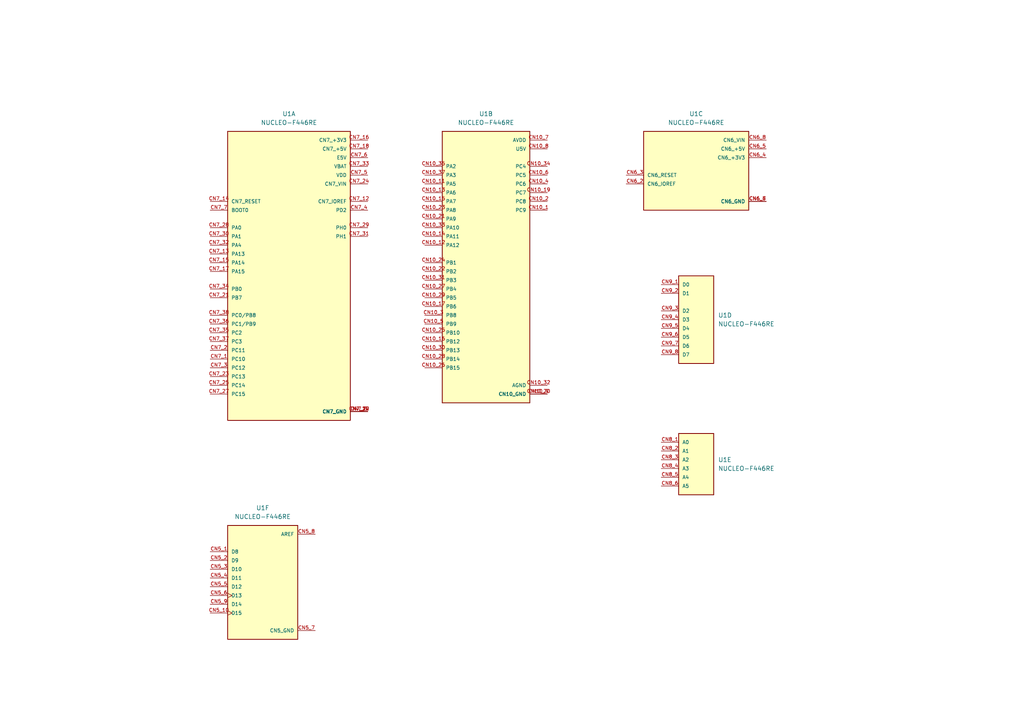
<source format=kicad_sch>
(kicad_sch (version 20250114) (generator "eeschema") (generator_version "9.0")
  (paper "A4")
  (lib_symbols
    (symbol "NUCLEO-F446RE:NUCLEO-F446RE" (pin_names (offset 1.016))
      (property "Reference" "U" (at -17.78 41.91 0))
      (property "Value" "NUCLEO-F446RE" (at -17.78 -44.45 0))
      (symbol "NUCLEO-F446RE_1_0"
        (rectangle (start -17.78 -43.18) (end 17.78 40.64) (stroke (width 0.254)) (fill (type background)))
        (pin bidirectional line (at -22.86 20.32 0) (length 5.08) (name "CN7_RESET") (number "CN7_14"))
        (pin bidirectional line (at -22.86 17.78 0) (length 5.08) (name "BOOT0") (number "CN7_7"))
        (pin bidirectional line (at -22.86 12.7 0) (length 5.08) (name "PA0") (number "CN7_28"))
        (pin bidirectional line (at -22.86 10.16 0) (length 5.08) (name "PA1") (number "CN7_30"))
        (pin bidirectional line (at -22.86 7.62 0) (length 5.08) (name "PA4") (number "CN7_32"))
        (pin bidirectional line (at -22.86 5.08 0) (length 5.08) (name "PA13") (number "CN7_13"))
        (pin bidirectional line (at -22.86 2.54 0) (length 5.08) (name "PA14") (number "CN7_15"))
        (pin bidirectional line (at -22.86 0 0) (length 5.08) (name "PA15") (number "CN7_17"))
        (pin bidirectional line (at -22.86 -5.08 0) (length 5.08) (name "PB0") (number "CN7_34"))
        (pin bidirectional line (at -22.86 -7.62 0) (length 5.08) (name "PB7") (number "CN7_21"))
        (pin bidirectional line (at -22.86 -12.7 0) (length 5.08) (name "PC0/PB8") (number "CN7_38"))
        (pin bidirectional line (at -22.86 -15.24 0) (length 5.08) (name "PC1/PB9") (number "CN7_36"))
        (pin bidirectional line (at -22.86 -17.78 0) (length 5.08) (name "PC2") (number "CN7_35"))
        (pin bidirectional line (at -22.86 -20.32 0) (length 5.08) (name "PC3") (number "CN7_37"))
        (pin bidirectional line (at -22.86 -22.86 0) (length 5.08) (name "PC11") (number "CN7_2"))
        (pin bidirectional line (at -22.86 -25.4 0) (length 5.08) (name "PC10") (number "CN7_1"))
        (pin bidirectional line (at -22.86 -27.94 0) (length 5.08) (name "PC12") (number "CN7_3"))
        (pin bidirectional line (at -22.86 -30.48 0) (length 5.08) (name "PC13") (number "CN7_23"))
        (pin bidirectional line (at -22.86 -33.02 0) (length 5.08) (name "PC14") (number "CN7_25"))
        (pin bidirectional line (at -22.86 -35.56 0) (length 5.08) (name "PC15") (number "CN7_27"))
        (pin power_in line (at 22.86 38.1 180) (length 5.08) (name "CN7_+3V3") (number "CN7_16"))
        (pin power_in line (at 22.86 35.56 180) (length 5.08) (name "CN7_+5V") (number "CN7_18"))
        (pin power_in line (at 22.86 33.02 180) (length 5.08) (name "E5V") (number "CN7_6"))
        (pin power_in line (at 22.86 30.48 180) (length 5.08) (name "VBAT") (number "CN7_33"))
        (pin power_in line (at 22.86 27.94 180) (length 5.08) (name "VDD") (number "CN7_5"))
        (pin power_in line (at 22.86 25.4 180) (length 5.08) (name "CN7_VIN") (number "CN7_24"))
        (pin bidirectional line (at 22.86 20.32 180) (length 5.08) (name "CN7_IOREF") (number "CN7_12"))
        (pin bidirectional line (at 22.86 17.78 180) (length 5.08) (name "PD2") (number "CN7_4"))
        (pin bidirectional line (at 22.86 12.7 180) (length 5.08) (name "PH0") (number "CN7_29"))
        (pin bidirectional line (at 22.86 10.16 180) (length 5.08) (name "PH1") (number "CN7_31"))
        (pin power_in line (at 22.86 -40.64 180) (length 5.08) (name "CN7_GND") (number "CN7_19"))
        (pin power_in line (at 22.86 -40.64 180) (length 5.08) (name "CN7_GND") (number "CN7_20"))
        (pin power_in line (at 22.86 -40.64 180) (length 5.08) (name "CN7_GND") (number "CN7_22"))
        (pin power_in line (at 22.86 -40.64 180) (length 5.08) (name "CN7_GND") (number "CN7_8"))
      )
      (symbol "NUCLEO-F446RE_2_0"
        (rectangle (start -12.7 -40.64) (end 12.7 38.1) (stroke (width 0.254)) (fill (type background)))
        (pin bidirectional line (at -17.78 27.94 0) (length 5.08) (name "PA2") (number "CN10_35"))
        (pin bidirectional line (at -17.78 25.4 0) (length 5.08) (name "PA3") (number "CN10_37"))
        (pin bidirectional line (at -17.78 22.86 0) (length 5.08) (name "PA5") (number "CN10_11"))
        (pin bidirectional line (at -17.78 20.32 0) (length 5.08) (name "PA6") (number "CN10_13"))
        (pin bidirectional line (at -17.78 17.78 0) (length 5.08) (name "PA7") (number "CN10_15"))
        (pin bidirectional line (at -17.78 15.24 0) (length 5.08) (name "PA8") (number "CN10_23"))
        (pin bidirectional line (at -17.78 12.7 0) (length 5.08) (name "PA9") (number "CN10_21"))
        (pin bidirectional line (at -17.78 10.16 0) (length 5.08) (name "PA10") (number "CN10_33"))
        (pin bidirectional line (at -17.78 7.62 0) (length 5.08) (name "PA11") (number "CN10_14"))
        (pin bidirectional line (at -17.78 5.08 0) (length 5.08) (name "PA12") (number "CN10_12"))
        (pin bidirectional line (at -17.78 0 0) (length 5.08) (name "PB1") (number "CN10_24"))
        (pin bidirectional line (at -17.78 -2.54 0) (length 5.08) (name "PB2") (number "CN10_22"))
        (pin bidirectional line (at -17.78 -5.08 0) (length 5.08) (name "PB3") (number "CN10_31"))
        (pin bidirectional line (at -17.78 -7.62 0) (length 5.08) (name "PB4") (number "CN10_27"))
        (pin bidirectional line (at -17.78 -10.16 0) (length 5.08) (name "PB5") (number "CN10_29"))
        (pin bidirectional line (at -17.78 -12.7 0) (length 5.08) (name "PB6") (number "CN10_17"))
        (pin bidirectional line (at -17.78 -15.24 0) (length 5.08) (name "PB8") (number "CN10_3"))
        (pin bidirectional line (at -17.78 -17.78 0) (length 5.08) (name "PB9") (number "CN10_5"))
        (pin bidirectional line (at -17.78 -20.32 0) (length 5.08) (name "PB10") (number "CN10_25"))
        (pin bidirectional line (at -17.78 -22.86 0) (length 5.08) (name "PB12") (number "CN10_16"))
        (pin bidirectional line (at -17.78 -25.4 0) (length 5.08) (name "PB13") (number "CN10_30"))
        (pin bidirectional line (at -17.78 -27.94 0) (length 5.08) (name "PB14") (number "CN10_28"))
        (pin bidirectional line (at -17.78 -30.48 0) (length 5.08) (name "PB15") (number "CN10_26"))
        (pin power_in line (at 17.78 35.56 180) (length 5.08) (name "AVDD") (number "CN10_7"))
        (pin power_in line (at 17.78 33.02 180) (length 5.08) (name "U5V") (number "CN10_8"))
        (pin bidirectional line (at 17.78 27.94 180) (length 5.08) (name "PC4") (number "CN10_34"))
        (pin bidirectional line (at 17.78 25.4 180) (length 5.08) (name "PC5") (number "CN10_6"))
        (pin bidirectional line (at 17.78 22.86 180) (length 5.08) (name "PC6") (number "CN10_4"))
        (pin bidirectional line (at 17.78 20.32 180) (length 5.08) (name "PC7") (number "CN10_19"))
        (pin bidirectional line (at 17.78 17.78 180) (length 5.08) (name "PC8") (number "CN10_2"))
        (pin bidirectional line (at 17.78 15.24 180) (length 5.08) (name "PC9") (number "CN10_1"))
        (pin power_in line (at 17.78 -35.56 180) (length 5.08) (name "AGND") (number "CN10_32"))
        (pin power_in line (at 17.78 -38.1 180) (length 5.08) (name "CN10_GND") (number "CN10_20"))
        (pin power_in line (at 17.78 -38.1 180) (length 5.08) (name "CN10_GND") (number "CN10_9"))
      )
      (symbol "NUCLEO-F446RE_3_0"
        (rectangle (start -15.24 -12.7) (end 15.24 10.16) (stroke (width 0.254)) (fill (type background)))
        (pin bidirectional line (at -20.32 -2.54 0) (length 5.08) (name "CN6_RESET") (number "CN6_3"))
        (pin bidirectional line (at -20.32 -5.08 0) (length 5.08) (name "CN6_IOREF") (number "CN6_2"))
        (pin power_in line (at 20.32 7.62 180) (length 5.08) (name "CN6_VIN") (number "CN6_8"))
        (pin power_in line (at 20.32 5.08 180) (length 5.08) (name "CN6_+5V") (number "CN6_5"))
        (pin power_in line (at 20.32 2.54 180) (length 5.08) (name "CN6_+3V3") (number "CN6_4"))
        (pin power_in line (at 20.32 -10.16 180) (length 5.08) (name "CN6_GND") (number "CN6_6"))
        (pin power_in line (at 20.32 -10.16 180) (length 5.08) (name "CN6_GND") (number "CN6_7"))
      )
      (symbol "NUCLEO-F446RE_4_0"
        (rectangle (start -5.08 -12.7) (end 5.08 12.7) (stroke (width 0.254)) (fill (type background)))
        (pin input line (at -10.16 10.16 0) (length 5.08) (name "D0") (number "CN9_1"))
        (pin output line (at -10.16 7.62 0) (length 5.08) (name "D1") (number "CN9_2"))
        (pin bidirectional line (at -10.16 2.54 0) (length 5.08) (name "D2") (number "CN9_3"))
        (pin bidirectional line (at -10.16 0 0) (length 5.08) (name "D3") (number "CN9_4"))
        (pin bidirectional line (at -10.16 -2.54 0) (length 5.08) (name "D4") (number "CN9_5"))
        (pin bidirectional line (at -10.16 -5.08 0) (length 5.08) (name "D5") (number "CN9_6"))
        (pin bidirectional line (at -10.16 -7.62 0) (length 5.08) (name "D6") (number "CN9_7"))
        (pin bidirectional line (at -10.16 -10.16 0) (length 5.08) (name "D7") (number "CN9_8"))
      )
      (symbol "NUCLEO-F446RE_5_0"
        (rectangle (start -5.08 -10.16) (end 5.08 7.62) (stroke (width 0.254)) (fill (type background)))
        (pin input line (at -10.16 5.08 0) (length 5.08) (name "A0") (number "CN8_1"))
        (pin input line (at -10.16 2.54 0) (length 5.08) (name "A1") (number "CN8_2"))
        (pin input line (at -10.16 0 0) (length 5.08) (name "A2") (number "CN8_3"))
        (pin input line (at -10.16 -2.54 0) (length 5.08) (name "A3") (number "CN8_4"))
        (pin input line (at -10.16 -5.08 0) (length 5.08) (name "A4") (number "CN8_5"))
        (pin input line (at -10.16 -7.62 0) (length 5.08) (name "A5") (number "CN8_6"))
      )
      (symbol "NUCLEO-F446RE_6_0"
        (rectangle (start -10.16 -17.78) (end 10.16 15.24) (stroke (width 0.254)) (fill (type background)))
        (pin bidirectional line (at -15.24 7.62 0) (length 5.08) (name "D8") (number "CN5_1"))
        (pin bidirectional line (at -15.24 5.08 0) (length 5.08) (name "D9") (number "CN5_2"))
        (pin bidirectional line (at -15.24 2.54 0) (length 5.08) (name "D10") (number "CN5_3"))
        (pin bidirectional line (at -15.24 0 0) (length 5.08) (name "D11") (number "CN5_4"))
        (pin bidirectional line (at -15.24 -2.54 0) (length 5.08) (name "D12") (number "CN5_5"))
        (pin bidirectional clock (at -15.24 -5.08 0) (length 5.08) (name "D13") (number "CN5_6"))
        (pin bidirectional line (at -15.24 -7.62 0) (length 5.08) (name "D14") (number "CN5_9"))
        (pin bidirectional clock (at -15.24 -10.16 0) (length 5.08) (name "D15") (number "CN5_10"))
        (pin power_in line (at 15.24 12.7 180) (length 5.08) (name "AREF") (number "CN5_8"))
        (pin power_in line (at 15.24 -15.24 180) (length 5.08) (name "CN5_GND") (number "CN5_7"))
      )
    )
  )
  (symbol (lib_id "NUCLEO-F446RE:NUCLEO-F446RE") (at 201.93 48.26 0) (unit 3)
    (property "Reference" "U1" (at 201.93 33.02 0))
    (property "Value" "NUCLEO-F446RE" (at 201.93 35.56 0))
    (property "Footprint" "footprints:MODULE_NUCLEO-F446RE" (effects (hide yes)))
    (property "MF" "STMicroelectronics" (effects (hide yes)))
    (property "Package" "None" (effects (hide yes)))
    (property "Price" "None" (effects (hide yes)))
    (property "Check_prices" "https://www.snapeda.com/parts/NUCLEO-F446RE/STMicroelectronics/view-part/?ref=eda" (effects (hide yes)))
    (property "STANDARD" "Manufacturer Recommendations" (effects (hide yes)))
    (property "PARTREV" "13" (effects (hide yes)))
    (property "SnapEDA_Link" "https://www.snapeda.com/parts/NUCLEO-F446RE/STMicroelectronics/view-part/?ref=snap" (effects (hide yes)))
    (property "MP" "NUCLEO-F446RE" (effects (hide yes)))
    (property "Description_1" "STM32F446RE, mbed-Enabled Development Nucleo-64 STM32F4 ARM® Cortex®-M4 MCU 32-Bit Embedded Evaluation Board" (effects (hide yes)))
    (property "Availability" "In Stock" (effects (hide yes)))
    (property "MANUFACTURER" "STMicroelectronics" (effects (hide yes)))
  )
  (symbol (lib_id "NUCLEO-F446RE:NUCLEO-F446RE") (at 140.97 76.2 0) (unit 2)
    (property "Reference" "U1" (at 140.97 33.02 0))
    (property "Value" "NUCLEO-F446RE" (at 140.97 35.56 0))
    (property "Footprint" "footprints:MODULE_NUCLEO-F446RE" (effects (hide yes)))
    (property "MF" "STMicroelectronics" (effects (hide yes)))
    (property "Package" "None" (effects (hide yes)))
    (property "Price" "None" (effects (hide yes)))
    (property "Check_prices" "https://www.snapeda.com/parts/NUCLEO-F446RE/STMicroelectronics/view-part/?ref=eda" (effects (hide yes)))
    (property "STANDARD" "Manufacturer Recommendations" (effects (hide yes)))
    (property "PARTREV" "13" (effects (hide yes)))
    (property "SnapEDA_Link" "https://www.snapeda.com/parts/NUCLEO-F446RE/STMicroelectronics/view-part/?ref=snap" (effects (hide yes)))
    (property "MP" "NUCLEO-F446RE" (effects (hide yes)))
    (property "Description_1" "STM32F446RE, mbed-Enabled Development Nucleo-64 STM32F4 ARM® Cortex®-M4 MCU 32-Bit Embedded Evaluation Board" (effects (hide yes)))
    (property "Availability" "In Stock" (effects (hide yes)))
    (property "MANUFACTURER" "STMicroelectronics" (effects (hide yes)))
  )
  (symbol (lib_id "NUCLEO-F446RE:NUCLEO-F446RE") (at 76.2 167.64 0) (unit 6)
    (property "Reference" "U1" (at 76.2 147.32 0))
    (property "Value" "NUCLEO-F446RE" (at 76.2 149.86 0))
    (property "Footprint" "footprints:MODULE_NUCLEO-F446RE" (effects (hide yes)))
    (property "MF" "STMicroelectronics" (effects (hide yes)))
    (property "Package" "None" (effects (hide yes)))
    (property "Price" "None" (effects (hide yes)))
    (property "Check_prices" "https://www.snapeda.com/parts/NUCLEO-F446RE/STMicroelectronics/view-part/?ref=eda" (effects (hide yes)))
    (property "STANDARD" "Manufacturer Recommendations" (effects (hide yes)))
    (property "PARTREV" "13" (effects (hide yes)))
    (property "SnapEDA_Link" "https://www.snapeda.com/parts/NUCLEO-F446RE/STMicroelectronics/view-part/?ref=snap" (effects (hide yes)))
    (property "MP" "NUCLEO-F446RE" (effects (hide yes)))
    (property "Description_1" "STM32F446RE, mbed-Enabled Development Nucleo-64 STM32F4 ARM® Cortex®-M4 MCU 32-Bit Embedded Evaluation Board" (effects (hide yes)))
    (property "Availability" "In Stock" (effects (hide yes)))
    (property "MANUFACTURER" "STMicroelectronics" (effects (hide yes)))
  )
  (symbol (lib_id "NUCLEO-F446RE:NUCLEO-F446RE") (at 83.82 78.74 0) (unit 1)
    (property "Reference" "U1" (at 83.82 33.02 0))
    (property "Value" "NUCLEO-F446RE" (at 83.82 35.56 0))
    (property "Footprint" "footprints:MODULE_NUCLEO-F446RE" (effects (hide yes)))
    (property "MF" "STMicroelectronics" (effects (hide yes)))
    (property "Package" "None" (effects (hide yes)))
    (property "Price" "None" (effects (hide yes)))
    (property "Check_prices" "https://www.snapeda.com/parts/NUCLEO-F446RE/STMicroelectronics/view-part/?ref=eda" (effects (hide yes)))
    (property "STANDARD" "Manufacturer Recommendations" (effects (hide yes)))
    (property "PARTREV" "13" (effects (hide yes)))
    (property "SnapEDA_Link" "https://www.snapeda.com/parts/NUCLEO-F446RE/STMicroelectronics/view-part/?ref=snap" (effects (hide yes)))
    (property "MP" "NUCLEO-F446RE" (effects (hide yes)))
    (property "Description_1" "STM32F446RE, mbed-Enabled Development Nucleo-64 STM32F4 ARM® Cortex®-M4 MCU 32-Bit Embedded Evaluation Board" (effects (hide yes)))
    (property "Availability" "In Stock" (effects (hide yes)))
    (property "MANUFACTURER" "STMicroelectronics" (effects (hide yes)))
  )
  (symbol (lib_id "NUCLEO-F446RE:NUCLEO-F446RE") (at 201.93 133.35 0) (unit 5)
    (property "Reference" "U1" (at 208.28 133.3499 0) (effects (justify left)))
    (property "Value" "NUCLEO-F446RE" (at 208.28 135.8899 0) (effects (justify left)))
    (property "Footprint" "footprints:MODULE_NUCLEO-F446RE" (effects (hide yes)))
    (property "MF" "STMicroelectronics" (effects (hide yes)))
    (property "Package" "None" (effects (hide yes)))
    (property "Price" "None" (effects (hide yes)))
    (property "Check_prices" "https://www.snapeda.com/parts/NUCLEO-F446RE/STMicroelectronics/view-part/?ref=eda" (effects (hide yes)))
    (property "STANDARD" "Manufacturer Recommendations" (effects (hide yes)))
    (property "PARTREV" "13" (effects (hide yes)))
    (property "SnapEDA_Link" "https://www.snapeda.com/parts/NUCLEO-F446RE/STMicroelectronics/view-part/?ref=snap" (effects (hide yes)))
    (property "MP" "NUCLEO-F446RE" (effects (hide yes)))
    (property "Description_1" "STM32F446RE, mbed-Enabled Development Nucleo-64 STM32F4 ARM® Cortex®-M4 MCU 32-Bit Embedded Evaluation Board" (effects (hide yes)))
    (property "Availability" "In Stock" (effects (hide yes)))
    (property "MANUFACTURER" "STMicroelectronics" (effects (hide yes)))
  )
  (symbol (lib_id "NUCLEO-F446RE:NUCLEO-F446RE") (at 201.93 92.71 0) (unit 4)
    (property "Reference" "U1" (at 208.28 91.4399 0) (effects (justify left)))
    (property "Value" "NUCLEO-F446RE" (at 208.28 93.9799 0) (effects (justify left)))
    (property "Footprint" "footprints:MODULE_NUCLEO-F446RE" (effects (hide yes)))
    (property "MF" "STMicroelectronics" (effects (hide yes)))
    (property "Package" "None" (effects (hide yes)))
    (property "Price" "None" (effects (hide yes)))
    (property "Check_prices" "https://www.snapeda.com/parts/NUCLEO-F446RE/STMicroelectronics/view-part/?ref=eda" (effects (hide yes)))
    (property "STANDARD" "Manufacturer Recommendations" (effects (hide yes)))
    (property "PARTREV" "13" (effects (hide yes)))
    (property "SnapEDA_Link" "https://www.snapeda.com/parts/NUCLEO-F446RE/STMicroelectronics/view-part/?ref=snap" (effects (hide yes)))
    (property "MP" "NUCLEO-F446RE" (effects (hide yes)))
    (property "Description_1" "STM32F446RE, mbed-Enabled Development Nucleo-64 STM32F4 ARM® Cortex®-M4 MCU 32-Bit Embedded Evaluation Board" (effects (hide yes)))
    (property "Availability" "In Stock" (effects (hide yes)))
    (property "MANUFACTURER" "STMicroelectronics" (effects (hide yes)))
  )
)
</source>
